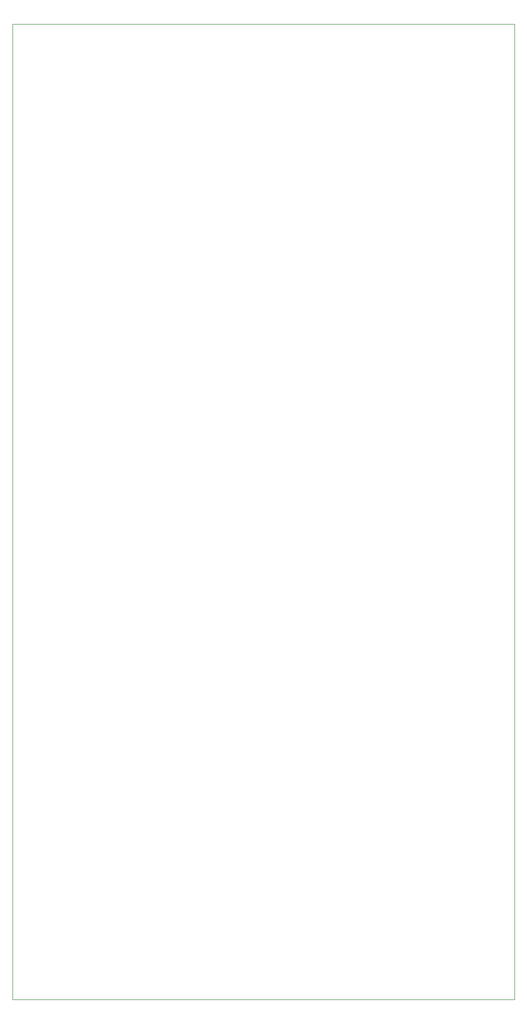
<source format=gko>
%FSLAX46Y46*%
%MOIN*%
G01*
G75*
%ADD10C,0.001000*%
D10*
X0Y6496100D02*
X3346500Y6496100D01*
X3346500Y0D01*
X0Y0D01*
X0Y6496100D01*
M02*

</source>
